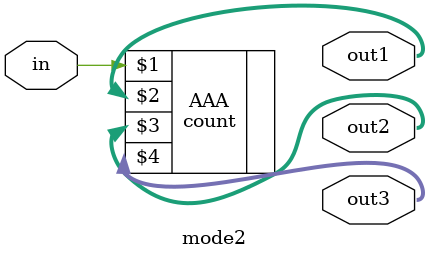
<source format=v>
module mode2 (in, out1, out2, out3);
	input in;
	output [3:0] out1, out2, out3;
	
	count AAA (in, out1, out2, out3);
endmodule 
</source>
